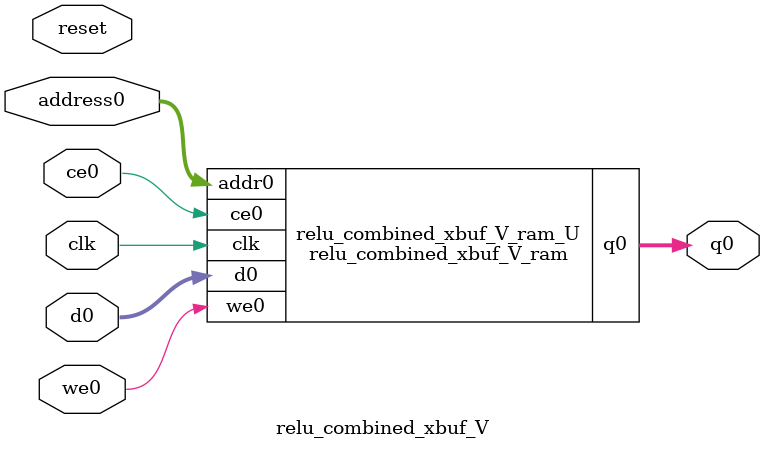
<source format=v>
`timescale 1 ns / 1 ps
module relu_combined_xbuf_V_ram (addr0, ce0, d0, we0, q0,  clk);

parameter DWIDTH = 16;
parameter AWIDTH = 9;
parameter MEM_SIZE = 512;

input[AWIDTH-1:0] addr0;
input ce0;
input[DWIDTH-1:0] d0;
input we0;
output reg[DWIDTH-1:0] q0;
input clk;

reg [DWIDTH-1:0] ram[0:MEM_SIZE-1];




always @(posedge clk)  
begin 
    if (ce0) begin
        if (we0) 
            ram[addr0] <= d0; 
        q0 <= ram[addr0];
    end
end


endmodule

`timescale 1 ns / 1 ps
module relu_combined_xbuf_V(
    reset,
    clk,
    address0,
    ce0,
    we0,
    d0,
    q0);

parameter DataWidth = 32'd16;
parameter AddressRange = 32'd512;
parameter AddressWidth = 32'd9;
input reset;
input clk;
input[AddressWidth - 1:0] address0;
input ce0;
input we0;
input[DataWidth - 1:0] d0;
output[DataWidth - 1:0] q0;



relu_combined_xbuf_V_ram relu_combined_xbuf_V_ram_U(
    .clk( clk ),
    .addr0( address0 ),
    .ce0( ce0 ),
    .we0( we0 ),
    .d0( d0 ),
    .q0( q0 ));

endmodule


</source>
